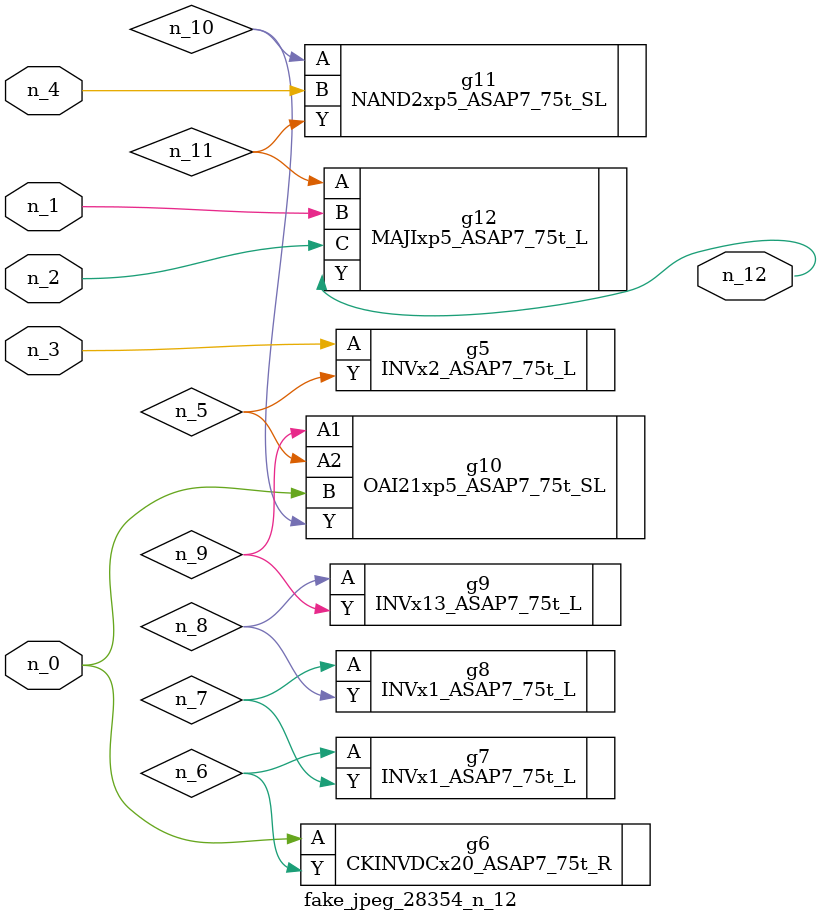
<source format=v>
module fake_jpeg_28354_n_12 (n_3, n_2, n_1, n_0, n_4, n_12);

input n_3;
input n_2;
input n_1;
input n_0;
input n_4;

output n_12;

wire n_11;
wire n_10;
wire n_8;
wire n_9;
wire n_6;
wire n_5;
wire n_7;

INVx2_ASAP7_75t_L g5 ( 
.A(n_3),
.Y(n_5)
);

CKINVDCx20_ASAP7_75t_R g6 ( 
.A(n_0),
.Y(n_6)
);

INVx1_ASAP7_75t_L g7 ( 
.A(n_6),
.Y(n_7)
);

INVx1_ASAP7_75t_L g8 ( 
.A(n_7),
.Y(n_8)
);

INVx13_ASAP7_75t_L g9 ( 
.A(n_8),
.Y(n_9)
);

OAI21xp5_ASAP7_75t_SL g10 ( 
.A1(n_9),
.A2(n_5),
.B(n_0),
.Y(n_10)
);

NAND2xp5_ASAP7_75t_SL g11 ( 
.A(n_10),
.B(n_4),
.Y(n_11)
);

MAJIxp5_ASAP7_75t_L g12 ( 
.A(n_11),
.B(n_1),
.C(n_2),
.Y(n_12)
);


endmodule
</source>
